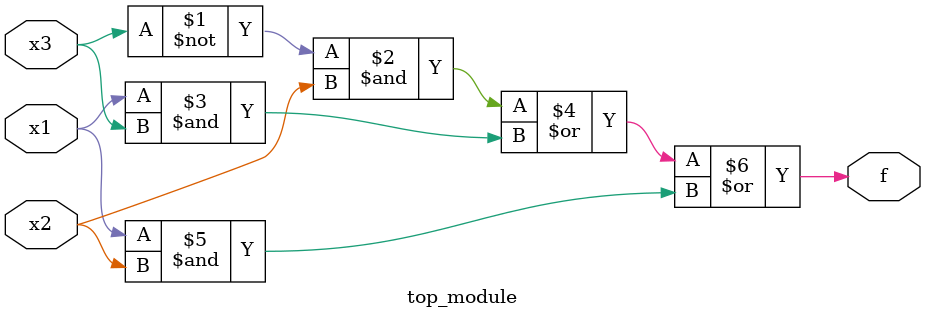
<source format=v>
module top_module( 
    input x3,
    input x2,
    input x1,  // three inputs
    output f   // one output
);
    
    assign f = ~x3&x2 | x1&x3 | x1&x2 ;

endmodule

</source>
